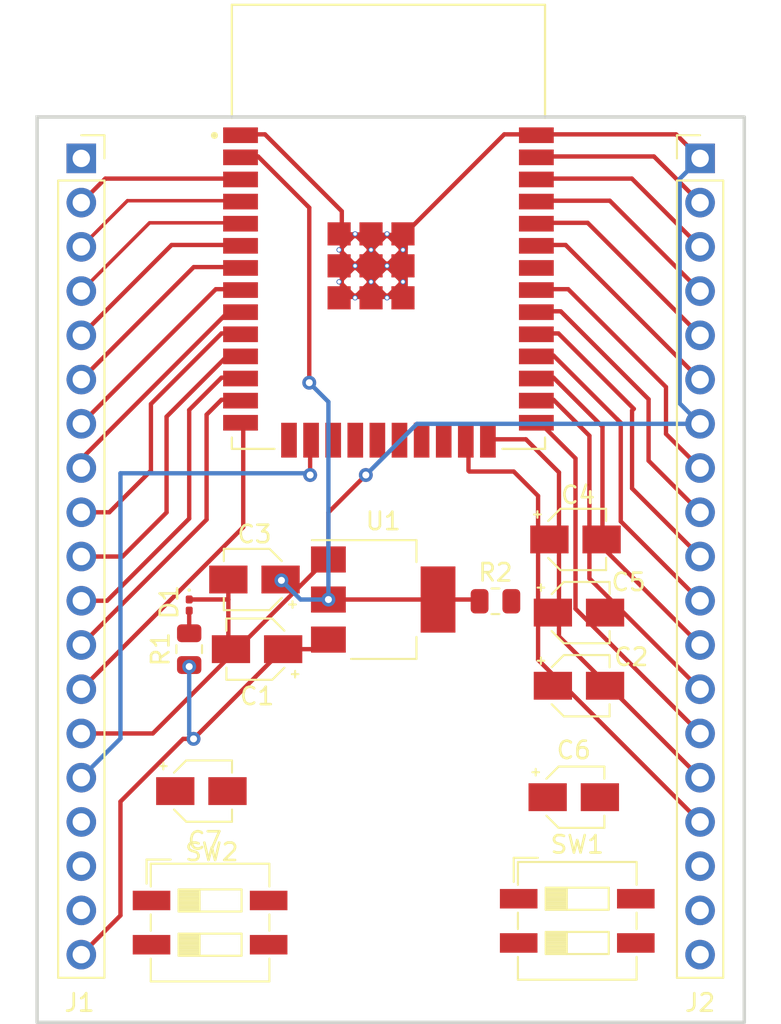
<source format=kicad_pcb>
(kicad_pcb (version 20211014) (generator pcbnew)
  (layers (0 "F.Cu" signal) (31 "B.Cu" signal) (34 "B.Paste" user) (35 "F.Paste" user) (36 "B.SilkS" user "B.Silkscreen") (37 "F.SilkS" user "F.Silkscreen") (38 "B.Mask" user) (39 "F.Mask" user) (44 "Edge.Cuts" user))
  (net 0 "")
  (net 2 "/EN")
  (net 3 "/SENSOR_VP")
  (net 4 "/SENSOR_VN")
  (net 5 "/IO34")
  (net 6 "/IO35")
  (net 7 "/IO32")
  (net 8 "/IO33")
  (net 9 "/IO25")
  (net 10 "/IO26")
  (net 11 "/IO27")
  (net 12 "/IO14")
  (net 13 "/IO12")
  (net 14 "/IO13")
  (net 15 "/SD2")
  (net 16 "/SD3")
  (net 17 "/CMD")
  (net 18 "/EXT_5V")
  (net 19 "/IO2")
  (net 20 "/IO15")
  (net 21 "/SD1")
  (net 22 "/SD0")
  (net 23 "/CLK")
  (net 24 "/VDD33")
  (net 33 "GND")
  (net 34 "/IO23")
  (net 35 "/IO22")
  (net 36 "/TXD0")
  (net 37 "/RXD0")
  (net 38 "/IO21")
  (net 39 "/IO19")
  (net 40 "/IO18")
  (net 41 "/IO5")
  (net 42 "/IO17")
  (net 43 "/IO16")
  (net 44 "/IO4")
  (net 45 "/IO0")
  (net 46 "Net-(D1-Pad2)")
  (footprint "Capacitor_SMD:CP_Elec_3x5.3" (layer "F.Cu") (at 137.1 99.3 180)
    (fp_text reference "C1" (at 0 -2.7) (layer "F.SilkS"))
    (fp_text value "22uF")
    (fp_line (start -1.570563 1.06) (end -0.870563 1.76) (layer "F.SilkS") (width 0.12))
    (fp_line (start 1.76 1.76) (end 1.76 1.06) (layer "F.SilkS") (width 0.12))
    (fp_line (start -1.570563 -1.06) (end -0.870563 -1.76) (layer "F.SilkS") (width 0.12))
    (fp_line (start 1.76 -1.76) (end 1.76 -1.06) (layer "F.SilkS") (width 0.12))
    (fp_line (start -2.1875 -1.6225) (end -2.1875 -1.2475) (layer "F.SilkS") (width 0.12))
    (fp_line (start -0.870563 1.76) (end 1.76 1.76) (layer "F.SilkS") (width 0.12))
    (fp_line (start -2.375 -1.435) (end -2 -1.435) (layer "F.SilkS") (width 0.12))
    (fp_line (start -0.870563 -1.76) (end 1.76 -1.76) (layer "F.SilkS") (width 0.12))
    (pad "1" smd rect locked (at -1.5 0 180) (size 2.2 1.6) (layers "F.Cu" "F.Paste" "F.Mask") (net 18 "/EXT_5V"))
    (pad "2" smd rect locked (at 1.5 0 180) (size 2.2 1.6) (layers "F.Cu" "F.Paste" "F.Mask") (net 33 "GND"))
  )
  (footprint "Resistor_SMD:R_0805_2012Metric" (layer "F.Cu") (at 133.2 99.3 90)
    (fp_text reference "R1" (at 0 -1.65 90) (layer "F.SilkS"))
    (fp_text value "R")
    (fp_line (start -0.227064 0.735) (end 0.227064 0.735) (layer "F.SilkS") (width 0.12))
    (fp_line (start -0.227064 -0.735) (end 0.227064 -0.735) (layer "F.SilkS") (width 0.12))
    (pad "1" smd roundrect locked (at -0.9125 0 90) (size 1.025 1.4) (layers "F.Cu" "F.Paste" "F.Mask") (roundrect_rratio 0.243902) (net 18 "/EXT_5V"))
    (pad "2" smd roundrect locked (at 0.9125 0 90) (size 1.025 1.4) (layers "F.Cu" "F.Paste" "F.Mask") (roundrect_rratio 0.243902) (net 46 "Net-(D1-Pad2)"))
  )
  (footprint "LED_SMD:LED_0201_0603Metric" (layer "F.Cu") (at 133.2 96.7675 -90)
    (fp_text reference "D1" (at -0.1675 1.15 90) (layer "F.SilkS"))
    (fp_text value "LED")
    (fp_circle (center -0.86 0) (end -0.81 0) (layer "F.SilkS") (width 0.1) (fill none))
    (pad "1" smd roundrect locked (at -0.32 0 270) (size 0.46 0.4) (layers "F.Cu" "F.Mask") (net 33 "GND"))
    (pad "2" smd roundrect locked (at 0.32 0 270) (size 0.46 0.4) (layers "F.Cu" "F.Mask") (net 46 "Net-(D1-Pad2)"))
  )
  (footprint "Button_Switch_SMD:SW_DIP_SPSTx02_Slide_6.7x6.64mm_W6.73mm_P2.54mm_LowProfile_JPin" (layer "F.Cu") (at 134.4 115)
    (fp_text reference "SW2" (at 0.1 -4.05) (layer "F.SilkS"))
    (fp_text value "SW_Push")
    (fp_line (start -1.81 -1.425) (end -0.603333 -1.425) (layer "F.SilkS") (width 0.12))
    (fp_line (start -1.81 1.595) (end -0.603333 1.595) (layer "F.SilkS") (width 0.12))
    (fp_line (start -3.65 -3.62) (end -2.267 -3.62) (layer "F.SilkS") (width 0.12))
    (fp_line (start -3.41 -3.38) (end -3.41 -2.07) (layer "F.SilkS") (width 0.12))
    (fp_line (start 1.81 -0.635) (end 1.81 -1.905) (layer "F.SilkS") (width 0.12))
    (fp_line (start -3.65 -3.62) (end -3.65 -2.237) (layer "F.SilkS") (width 0.12))
    (fp_line (start -1.81 1.905) (end 1.81 1.905) (layer "F.SilkS") (width 0.12))
    (fp_line (start -1.81 -0.945) (end -0.603333 -0.945) (layer "F.SilkS") (width 0.12))
    (fp_line (start -1.81 0.875) (end -0.603333 0.875) (layer "F.SilkS") (width 0.12))
    (fp_line (start -0.603333 -1.905) (end -0.603333 -0.635) (layer "F.SilkS") (width 0.12))
    (fp_line (start -1.81 0.635) (end -1.81 1.905) (layer "F.SilkS") (width 0.12))
    (fp_line (start 3.41 2.07) (end 3.41 3.38) (layer "F.SilkS") (width 0.12))
    (fp_line (start -1.81 1.235) (end -0.603333 1.235) (layer "F.SilkS") (width 0.12))
    (fp_line (start -3.41 3.38) (end 3.41 3.38) (layer "F.SilkS") (width 0.12))
    (fp_line (start -1.81 1.475) (end -0.603333 1.475) (layer "F.SilkS") (width 0.12))
    (fp_line (start -1.81 -0.825) (end -0.603333 -0.825) (layer "F.SilkS") (width 0.12))
    (fp_line (start -1.81 -0.635) (end 1.81 -0.635) (layer "F.SilkS") (width 0.12))
    (fp_line (start -1.81 -1.065) (end -0.603333 -1.065) (layer "F.SilkS") (width 0.12))
    (fp_line (start 1.81 -1.905) (end -1.81 -1.905) (layer "F.SilkS") (width 0.12))
    (fp_line (start -1.81 1.355) (end -0.603333 1.355) (layer "F.SilkS") (width 0.12))
    (fp_line (start -1.81 1.715) (end -0.603333 1.715) (layer "F.SilkS") (width 0.12))
    (fp_line (start -1.81 1.835) (end -0.603333 1.835) (layer "F.SilkS") (width 0.12))
    (fp_line (start -1.81 -1.905) (end -1.81 -0.635) (layer "F.SilkS") (width 0.12))
    (fp_line (start 3.41 -0.47) (end 3.41 0.47) (layer "F.SilkS") (width 0.12))
    (fp_line (start -1.81 -1.665) (end -0.603333 -1.665) (layer "F.SilkS") (width 0.12))
    (fp_line (start -1.81 -1.785) (end -0.603333 -1.785) (layer "F.SilkS") (width 0.12))
    (fp_line (start -1.81 1.115) (end -0.603333 1.115) (layer "F.SilkS") (width 0.12))
    (fp_line (start -1.81 -0.705) (end -0.603333 -0.705) (layer "F.SilkS") (width 0.12))
    (fp_line (start -1.81 -1.185) (end -0.603333 -1.185) (layer "F.SilkS") (width 0.12))
    (fp_line (start -3.41 2.07) (end -3.41 3.38) (layer "F.SilkS") (width 0.12))
    (fp_line (start 1.81 1.905) (end 1.81 0.635) (layer "F.SilkS") (width 0.12))
    (fp_line (start -3.41 -3.38) (end 3.41 -3.38) (layer "F.SilkS") (width 0.12))
    (fp_line (start -1.81 -1.305) (end -0.603333 -1.305) (layer "F.SilkS") (width 0.12))
    (fp_line (start -0.603333 0.635) (end -0.603333 1.905) (layer "F.SilkS") (width 0.12))
    (fp_line (start -1.81 0.995) (end -0.603333 0.995) (layer "F.SilkS") (width 0.12))
    (fp_line (start -1.81 0.755) (end -0.603333 0.755) (layer "F.SilkS") (width 0.12))
    (fp_line (start -1.81 -1.545) (end -0.603333 -1.545) (layer "F.SilkS") (width 0.12))
    (fp_line (start -3.41 -0.47) (end -3.41 0.47) (layer "F.SilkS") (width 0.12))
    (fp_line (start 3.41 -3.38) (end 3.41 -2.07) (layer "F.SilkS") (width 0.12))
    (fp_line (start 1.81 0.635) (end -1.81 0.635) (layer "F.SilkS") (width 0.12))
    (pad "1" smd rect locked (at -3.365 -1.27) (size 2.16 1.12) (layers "F.Cu" "F.Paste" "F.Mask") (net 33 "GND"))
    (pad "2" smd rect locked (at -3.365 1.27) (size 2.16 1.12) (layers "F.Cu" "F.Paste" "F.Mask") (net 2 "/EN"))
    (pad "3" smd rect locked (at 3.365 1.27) (size 2.16 1.12) (layers "F.Cu" "F.Paste" "F.Mask"))
    (pad "4" smd rect locked (at 3.365 -1.27) (size 2.16 1.12) (layers "F.Cu" "F.Paste" "F.Mask"))
  )
  (footprint "Resistor_SMD:R_0805_2012Metric" (layer "F.Cu") (at 150.8 96.55)
    (fp_text reference "R2" (at 0 -1.65) (layer "F.SilkS"))
    (fp_text value "10K")
    (fp_line (start -0.227064 -0.735) (end 0.227064 -0.735) (layer "F.SilkS") (width 0.12))
    (fp_line (start -0.227064 0.735) (end 0.227064 0.735) (layer "F.SilkS") (width 0.12))
    (pad "1" smd roundrect locked (at -0.9125 0) (size 1.025 1.4) (layers "F.Cu" "F.Paste" "F.Mask") (roundrect_rratio 0.243902) (net 24 "/VDD33"))
    (pad "2" smd roundrect locked (at 0.9125 0) (size 1.025 1.4) (layers "F.Cu" "F.Paste" "F.Mask") (roundrect_rratio 0.243902) (net 2 "/EN"))
  )
  (footprint "Package_TO_SOT_SMD:SOT-223-3_TabPin2" (layer "F.Cu") (at 144.35 96.45)
    (fp_text reference "U1" (at 0 -4.5) (layer "F.SilkS"))
    (fp_text value "AMS1117-3.3")
    (fp_line (start -4.1 -3.41) (end 1.91 -3.41) (layer "F.SilkS") (width 0.12))
    (fp_line (start -1.85 3.41) (end 1.91 3.41) (layer "F.SilkS") (width 0.12))
    (fp_line (start 1.91 3.41) (end 1.91 2.15) (layer "F.SilkS") (width 0.12))
    (fp_line (start 1.91 -3.41) (end 1.91 -2.15) (layer "F.SilkS") (width 0.12))
    (pad "1" smd rect locked (at -3.15 -2.3) (size 2 1.5) (layers "F.Cu" "F.Paste" "F.Mask") (net 33 "GND"))
    (pad "2" smd rect locked (at 3.15 0) (size 2 3.8) (layers "F.Cu" "F.Paste" "F.Mask") (net 24 "/VDD33"))
    (pad "2" smd rect locked (at -3.15 0) (size 2 1.5) (layers "F.Cu" "F.Paste" "F.Mask") (net 24 "/VDD33"))
    (pad "3" smd rect locked (at -3.15 2.3) (size 2 1.5) (layers "F.Cu" "F.Paste" "F.Mask") (net 18 "/EXT_5V"))
  )
  (footprint "Connector_PinHeader_2.54mm:PinHeader_1x19_P2.54mm_Vertical" (layer "F.Cu") (at 162.56 71.12)
    (fp_text reference "J2" (at 0 48.48) (layer "F.SilkS"))
    (fp_text value "Conn_01x19")
    (fp_line (start -1.33 0) (end -1.33 -1.33) (layer "F.SilkS") (width 0.12))
    (fp_line (start -1.33 1.27) (end 1.33 1.27) (layer "F.SilkS") (width 0.12))
    (fp_line (start -1.33 -1.33) (end 0 -1.33) (layer "F.SilkS") (width 0.12))
    (fp_line (start -1.33 1.27) (end -1.33 47.05) (layer "F.SilkS") (width 0.12))
    (fp_line (start -1.33 47.05) (end 1.33 47.05) (layer "F.SilkS") (width 0.12))
    (fp_line (start 1.33 1.27) (end 1.33 47.05) (layer "F.SilkS") (width 0.12))
    (pad "1" thru_hole rect locked (at 0 0) (size 1.7 1.7) (drill 1) (layers *.Cu *.Mask) (net 33 "GND"))
    (pad "2" thru_hole oval locked (at 0 2.54) (size 1.7 1.7) (drill 1) (layers *.Cu *.Mask) (net 34 "/IO23"))
    (pad "3" thru_hole oval locked (at 0 5.08) (size 1.7 1.7) (drill 1) (layers *.Cu *.Mask) (net 35 "/IO22"))
    (pad "4" thru_hole oval locked (at 0 7.62) (size 1.7 1.7) (drill 1) (layers *.Cu *.Mask) (net 36 "/TXD0"))
    (pad "5" thru_hole oval locked (at 0 10.16) (size 1.7 1.7) (drill 1) (layers *.Cu *.Mask) (net 37 "/RXD0"))
    (pad "6" thru_hole oval locked (at 0 12.7) (size 1.7 1.7) (drill 1) (layers *.Cu *.Mask) (net 38 "/IO21"))
    (pad "7" thru_hole oval locked (at 0 15.24) (size 1.7 1.7) (drill 1) (layers *.Cu *.Mask) (net 33 "GND"))
    (pad "8" thru_hole oval locked (at 0 17.78) (size 1.7 1.7) (drill 1) (layers *.Cu *.Mask) (net 39 "/IO19"))
    (pad "9" thru_hole oval locked (at 0 20.32) (size 1.7 1.7) (drill 1) (layers *.Cu *.Mask) (net 40 "/IO18"))
    (pad "10" thru_hole oval locked (at 0 22.86) (size 1.7 1.7) (drill 1) (layers *.Cu *.Mask) (net 41 "/IO5"))
    (pad "11" thru_hole oval locked (at 0 25.4) (size 1.7 1.7) (drill 1) (layers *.Cu *.Mask) (net 42 "/IO17"))
    (pad "12" thru_hole oval locked (at 0 27.94) (size 1.7 1.7) (drill 1) (layers *.Cu *.Mask) (net 43 "/IO16"))
    (pad "13" thru_hole oval locked (at 0 30.48) (size 1.7 1.7) (drill 1) (layers *.Cu *.Mask) (net 44 "/IO4"))
    (pad "14" thru_hole oval locked (at 0 33.02) (size 1.7 1.7) (drill 1) (layers *.Cu *.Mask) (net 45 "/IO0"))
    (pad "15" thru_hole oval locked (at 0 35.56) (size 1.7 1.7) (drill 1) (layers *.Cu *.Mask) (net 19 "/IO2"))
    (pad "16" thru_hole oval locked (at 0 38.1) (size 1.7 1.7) (drill 1) (layers *.Cu *.Mask) (net 20 "/IO15"))
    (pad "17" thru_hole oval locked (at 0 40.64) (size 1.7 1.7) (drill 1) (layers *.Cu *.Mask) (net 21 "/SD1"))
    (pad "18" thru_hole oval locked (at 0 43.18) (size 1.7 1.7) (drill 1) (layers *.Cu *.Mask) (net 22 "/SD0"))
    (pad "19" thru_hole oval locked (at 0 45.72) (size 1.7 1.7) (drill 1) (layers *.Cu *.Mask) (net 23 "/CLK"))
  )
  (footprint "Capacitor_SMD:CP_Elec_3x5.3" (layer "F.Cu") (at 155.6 97.2)
    (fp_text reference "C5" (at 2.85 -1.75) (layer "F.SilkS"))
    (fp_text value "22uF")
    (fp_line (start -2.1875 -1.6225) (end -2.1875 -1.2475) (layer "F.SilkS") (width 0.12))
    (fp_line (start 1.76 1.76) (end 1.76 1.06) (layer "F.SilkS") (width 0.12))
    (fp_line (start -1.570563 -1.06) (end -0.870563 -1.76) (layer "F.SilkS") (width 0.12))
    (fp_line (start 1.76 -1.76) (end 1.76 -1.06) (layer "F.SilkS") (width 0.12))
    (fp_line (start -0.870563 1.76) (end 1.76 1.76) (layer "F.SilkS") (width 0.12))
    (fp_line (start -1.570563 1.06) (end -0.870563 1.76) (layer "F.SilkS") (width 0.12))
    (fp_line (start -2.375 -1.435) (end -2 -1.435) (layer "F.SilkS") (width 0.12))
    (fp_line (start -0.870563 -1.76) (end 1.76 -1.76) (layer "F.SilkS") (width 0.12))
    (pad "1" smd rect locked (at -1.5 0) (size 2.2 1.6) (layers "F.Cu" "F.Paste" "F.Mask") (net 24 "/VDD33"))
    (pad "2" smd rect locked (at 1.5 0) (size 2.2 1.6) (layers "F.Cu" "F.Paste" "F.Mask") (net 33 "GND"))
  )
  (footprint "Capacitor_SMD:CP_Elec_3x5.3" (layer "F.Cu") (at 136.95 95.3 180)
    (fp_text reference "C3" (at 0 2.6) (layer "F.SilkS"))
    (fp_text value "22uF")
    (fp_line (start -2.1875 -1.6225) (end -2.1875 -1.2475) (layer "F.SilkS") (width 0.12))
    (fp_line (start -0.870563 1.76) (end 1.76 1.76) (layer "F.SilkS") (width 0.12))
    (fp_line (start -1.570563 1.06) (end -0.870563 1.76) (layer "F.SilkS") (width 0.12))
    (fp_line (start 1.76 -1.76) (end 1.76 -1.06) (layer "F.SilkS") (width 0.12))
    (fp_line (start 1.76 1.76) (end 1.76 1.06) (layer "F.SilkS") (width 0.12))
    (fp_line (start -1.570563 -1.06) (end -0.870563 -1.76) (layer "F.SilkS") (width 0.12))
    (fp_line (start -0.870563 -1.76) (end 1.76 -1.76) (layer "F.SilkS") (width 0.12))
    (fp_line (start -2.375 -1.435) (end -2 -1.435) (layer "F.SilkS") (width 0.12))
    (pad "1" smd rect locked (at -1.5 0 180) (size 2.2 1.6) (layers "F.Cu" "F.Paste" "F.Mask") (net 24 "/VDD33"))
    (pad "2" smd rect locked (at 1.5 0 180) (size 2.2 1.6) (layers "F.Cu" "F.Paste" "F.Mask") (net 33 "GND"))
  )
  (footprint "Capacitor_SMD:CP_Elec_3x5.3" (layer "F.Cu") (at 155.3 107.8)
    (fp_text reference "C6" (at 0 -2.7) (layer "F.SilkS"))
    (fp_text value "0.1uF")
    (fp_line (start 1.76 1.76) (end 1.76 1.06) (layer "F.SilkS") (width 0.12))
    (fp_line (start -1.570563 1.06) (end -0.870563 1.76) (layer "F.SilkS") (width 0.12))
    (fp_line (start 1.76 -1.76) (end 1.76 -1.06) (layer "F.SilkS") (width 0.12))
    (fp_line (start -2.375 -1.435) (end -2 -1.435) (layer "F.SilkS") (width 0.12))
    (fp_line (start -0.870563 -1.76) (end 1.76 -1.76) (layer "F.SilkS") (width 0.12))
    (fp_line (start -0.870563 1.76) (end 1.76 1.76) (layer "F.SilkS") (width 0.12))
    (fp_line (start -1.570563 -1.06) (end -0.870563 -1.76) (layer "F.SilkS") (width 0.12))
    (fp_line (start -2.1875 -1.6225) (end -2.1875 -1.2475) (layer "F.SilkS") (width 0.12))
    (pad "1" smd rect locked (at -1.5 0) (size 2.2 1.6) (layers "F.Cu" "F.Paste" "F.Mask") (net 33 "GND"))
    (pad "2" smd rect locked (at 1.5 0) (size 2.2 1.6) (layers "F.Cu" "F.Paste" "F.Mask") (net 45 "/IO0"))
  )
  (footprint "Connector_PinSocket_2.54mm:PinSocket_1x19_P2.54mm_Vertical" (layer "F.Cu") (at 127 71.12)
    (fp_text reference "J1" (at -0.1 48.48) (layer "F.SilkS"))
    (fp_text value "Conn_01x19")
    (fp_line (start -1.33 1.27) (end -1.33 47.05) (layer "F.SilkS") (width 0.12))
    (fp_line (start 0 -1.33) (end 1.33 -1.33) (layer "F.SilkS") (width 0.12))
    (fp_line (start -1.33 1.27) (end 1.33 1.27) (layer "F.SilkS") (width 0.12))
    (fp_line (start -1.33 47.05) (end 1.33 47.05) (layer "F.SilkS") (width 0.12))
    (fp_line (start 1.33 1.27) (end 1.33 47.05) (layer "F.SilkS") (width 0.12))
    (fp_line (start 1.33 -1.33) (end 1.33 0) (layer "F.SilkS") (width 0.12))
    (pad "1" thru_hole rect locked (at 0 0) (size 1.7 1.7) (drill 1) (layers *.Cu *.Mask))
    (pad "2" thru_hole oval locked (at 0 2.54) (size 1.7 1.7) (drill 1) (layers *.Cu *.Mask) (net 2 "/EN"))
    (pad "3" thru_hole oval locked (at 0 5.08) (size 1.7 1.7) (drill 1) (layers *.Cu *.Mask) (net 3 "/SENSOR_VP"))
    (pad "4" thru_hole oval locked (at 0 7.62) (size 1.7 1.7) (drill 1) (layers *.Cu *.Mask) (net 4 "/SENSOR_VN"))
    (pad "5" thru_hole oval locked (at 0 10.16) (size 1.7 1.7) (drill 1) (layers *.Cu *.Mask) (net 5 "/IO34"))
    (pad "6" thru_hole oval locked (at 0 12.7) (size 1.7 1.7) (drill 1) (layers *.Cu *.Mask) (net 6 "/IO35"))
    (pad "7" thru_hole oval locked (at 0 15.24) (size 1.7 1.7) (drill 1) (layers *.Cu *.Mask) (net 7 "/IO32"))
    (pad "8" thru_hole oval locked (at 0 17.78) (size 1.7 1.7) (drill 1) (layers *.Cu *.Mask) (net 8 "/IO33"))
    (pad "9" thru_hole oval locked (at 0 20.32) (size 1.7 1.7) (drill 1) (layers *.Cu *.Mask) (net 9 "/IO25"))
    (pad "10" thru_hole oval locked (at 0 22.86) (size 1.7 1.7) (drill 1) (layers *.Cu *.Mask) (net 10 "/IO26"))
    (pad "11" thru_hole oval locked (at 0 25.4) (size 1.7 1.7) (drill 1) (layers *.Cu *.Mask) (net 11 "/IO27"))
    (pad "12" thru_hole oval locked (at 0 27.94) (size 1.7 1.7) (drill 1) (layers *.Cu *.Mask) (net 12 "/IO14"))
    (pad "13" thru_hole oval locked (at 0 30.48) (size 1.7 1.7) (drill 1) (layers *.Cu *.Mask) (net 13 "/IO12"))
    (pad "14" thru_hole oval locked (at 0 33.02) (size 1.7 1.7) (drill 1) (layers *.Cu *.Mask) (net 33 "GND"))
    (pad "15" thru_hole oval locked (at 0 35.56) (size 1.7 1.7) (drill 1) (layers *.Cu *.Mask) (net 14 "/IO13"))
    (pad "16" thru_hole oval locked (at 0 38.1) (size 1.7 1.7) (drill 1) (layers *.Cu *.Mask) (net 15 "/SD2"))
    (pad "17" thru_hole oval locked (at 0 40.64) (size 1.7 1.7) (drill 1) (layers *.Cu *.Mask) (net 16 "/SD3"))
    (pad "18" thru_hole oval locked (at 0 43.18) (size 1.7 1.7) (drill 1) (layers *.Cu *.Mask) (net 17 "/CMD"))
    (pad "19" thru_hole oval locked (at 0 45.72) (size 1.7 1.7) (drill 1) (layers *.Cu *.Mask) (net 18 "/EXT_5V"))
  )
  (footprint "Capacitor_SMD:CP_Elec_3x5.3" (layer "F.Cu") (at 155.6 101.4)
    (fp_text reference "C2" (at 3 -1.65) (layer "F.SilkS"))
    (fp_text value "22uF")
    (fp_line (start -0.870563 1.76) (end 1.76 1.76) (layer "F.SilkS") (width 0.12))
    (fp_line (start 1.76 1.76) (end 1.76 1.06) (layer "F.SilkS") (width 0.12))
    (fp_line (start -1.570563 -1.06) (end -0.870563 -1.76) (layer "F.SilkS") (width 0.12))
    (fp_line (start -2.375 -1.435) (end -2 -1.435) (layer "F.SilkS") (width 0.12))
    (fp_line (start 1.76 -1.76) (end 1.76 -1.06) (layer "F.SilkS") (width 0.12))
    (fp_line (start -2.1875 -1.6225) (end -2.1875 -1.2475) (layer "F.SilkS") (width 0.12))
    (fp_line (start -1.570563 1.06) (end -0.870563 1.76) (layer "F.SilkS") (width 0.12))
    (fp_line (start -0.870563 -1.76) (end 1.76 -1.76) (layer "F.SilkS") (width 0.12))
    (pad "1" smd rect locked (at -1.5 0) (size 2.2 1.6) (layers "F.Cu" "F.Paste" "F.Mask") (net 24 "/VDD33"))
    (pad "2" smd rect locked (at 1.5 0) (size 2.2 1.6) (layers "F.Cu" "F.Paste" "F.Mask") (net 33 "GND"))
  )
  (footprint "Capacitor_SMD:CP_Elec_3x5.3" (layer "F.Cu") (at 155.4 93)
    (fp_text reference "C4" (at 0.15 -2.55) (layer "F.SilkS"))
    (fp_text value "0.1uF")
    (fp_line (start -2.1875 -1.6225) (end -2.1875 -1.2475) (layer "F.SilkS") (width 0.12))
    (fp_line (start 1.76 -1.76) (end 1.76 -1.06) (layer "F.SilkS") (width 0.12))
    (fp_line (start -2.375 -1.435) (end -2 -1.435) (layer "F.SilkS") (width 0.12))
    (fp_line (start -1.570563 1.06) (end -0.870563 1.76) (layer "F.SilkS") (width 0.12))
    (fp_line (start 1.76 1.76) (end 1.76 1.06) (layer "F.SilkS") (width 0.12))
    (fp_line (start -0.870563 1.76) (end 1.76 1.76) (layer "F.SilkS") (width 0.12))
    (fp_line (start -1.570563 -1.06) (end -0.870563 -1.76) (layer "F.SilkS") (width 0.12))
    (fp_line (start -0.870563 -1.76) (end 1.76 -1.76) (layer "F.SilkS") (width 0.12))
    (pad "1" smd rect locked (at -1.5 0) (size 2.2 1.6) (layers "F.Cu" "F.Paste" "F.Mask") (net 2 "/EN"))
    (pad "2" smd rect locked (at 1.5 0) (size 2.2 1.6) (layers "F.Cu" "F.Paste" "F.Mask") (net 33 "GND"))
  )
  (footprint "Capacitor_SMD:CP_Elec_3x5.3" (layer "F.Cu") (at 133.9 107.45)
    (fp_text reference "C7" (at 0.2 2.85) (layer "F.SilkS"))
    (fp_text value "0.1uF")
    (fp_line (start -1.570563 -1.06) (end -0.870563 -1.76) (layer "F.SilkS") (width 0.12))
    (fp_line (start -1.570563 1.06) (end -0.870563 1.76) (layer "F.SilkS") (width 0.12))
    (fp_line (start -2.1875 -1.6225) (end -2.1875 -1.2475) (layer "F.SilkS") (width 0.12))
    (fp_line (start -0.870563 -1.76) (end 1.76 -1.76) (layer "F.SilkS") (width 0.12))
    (fp_line (start 1.76 1.76) (end 1.76 1.06) (layer "F.SilkS") (width 0.12))
    (fp_line (start 1.76 -1.76) (end 1.76 -1.06) (layer "F.SilkS") (width 0.12))
    (fp_line (start -0.870563 1.76) (end 1.76 1.76) (layer "F.SilkS") (width 0.12))
    (fp_line (start -2.375 -1.435) (end -2 -1.435) (layer "F.SilkS") (width 0.12))
    (pad "1" smd rect locked (at -1.5 0) (size 2.2 1.6) (layers "F.Cu" "F.Paste" "F.Mask") (net 33 "GND"))
    (pad "2" smd rect locked (at 1.5 0) (size 2.2 1.6) (layers "F.Cu" "F.Paste" "F.Mask") (net 2 "/EN"))
  )
  (footprint "Button_Switch_SMD:SW_DIP_SPSTx02_Slide_6.7x6.64mm_W6.73mm_P2.54mm_LowProfile_JPin" (layer "F.Cu") (at 155.5 114.9)
    (fp_text reference "SW1" (at 0 -4.38) (layer "F.SilkS"))
    (fp_text value "SW_Push")
    (fp_line (start -0.603333 -1.905) (end -0.603333 -0.635) (layer "F.SilkS") (width 0.12))
    (fp_line (start -1.81 -1.905) (end -1.81 -0.635) (layer "F.SilkS") (width 0.12))
    (fp_line (start -1.81 1.475) (end -0.603333 1.475) (layer "F.SilkS") (width 0.12))
    (fp_line (start -1.81 1.115) (end -0.603333 1.115) (layer "F.SilkS") (width 0.12))
    (fp_line (start -1.81 1.715) (end -0.603333 1.715) (layer "F.SilkS") (width 0.12))
    (fp_line (start -1.81 0.635) (end -1.81 1.905) (layer "F.SilkS") (width 0.12))
    (fp_line (start -1.81 1.905) (end 1.81 1.905) (layer "F.SilkS") (width 0.12))
    (fp_line (start -1.81 -1.305) (end -0.603333 -1.305) (layer "F.SilkS") (width 0.12))
    (fp_line (start -1.81 -1.545) (end -0.603333 -1.545) (layer "F.SilkS") (width 0.12))
    (fp_line (start -3.41 -3.38) (end -3.41 -2.07) (layer "F.SilkS") (width 0.12))
    (fp_line (start 1.81 0.635) (end -1.81 0.635) (layer "F.SilkS") (width 0.12))
    (fp_line (start -1.81 -0.635) (end 1.81 -0.635) (layer "F.SilkS") (width 0.12))
    (fp_line (start -0.603333 0.635) (end -0.603333 1.905) (layer "F.SilkS") (width 0.12))
    (fp_line (start 3.41 -3.38) (end 3.41 -2.07) (layer "F.SilkS") (width 0.12))
    (fp_line (start -3.41 2.07) (end -3.41 3.38) (layer "F.SilkS") (width 0.12))
    (fp_line (start -3.41 3.38) (end 3.41 3.38) (layer "F.SilkS") (width 0.12))
    (fp_line (start -1.81 0.755) (end -0.603333 0.755) (layer "F.SilkS") (width 0.12))
    (fp_line (start -3.41 -0.47) (end -3.41 0.47) (layer "F.SilkS") (width 0.12))
    (fp_line (start -1.81 -1.065) (end -0.603333 -1.065) (layer "F.SilkS") (width 0.12))
    (fp_line (start -1.81 -1.185) (end -0.603333 -1.185) (layer "F.SilkS") (width 0.12))
    (fp_line (start -1.81 -0.705) (end -0.603333 -0.705) (layer "F.SilkS") (width 0.12))
    (fp_line (start 1.81 -0.635) (end 1.81 -1.905) (layer "F.SilkS") (width 0.12))
    (fp_line (start -3.65 -3.62) (end -2.267 -3.62) (layer "F.SilkS") (width 0.12))
    (fp_line (start -3.41 -3.38) (end 3.41 -3.38) (layer "F.SilkS") (width 0.12))
    (fp_line (start -1.81 0.995) (end -0.603333 0.995) (layer "F.SilkS") (width 0.12))
    (fp_line (start -1.81 -1.785) (end -0.603333 -1.785) (layer "F.SilkS") (width 0.12))
    (fp_line (start -1.81 -0.825) (end -0.603333 -0.825) (layer "F.SilkS") (width 0.12))
    (fp_line (start -1.81 1.835) (end -0.603333 1.835) (layer "F.SilkS") (width 0.12))
    (fp_line (start -1.81 -0.945) (end -0.603333 -0.945) (layer "F.SilkS") (width 0.12))
    (fp_line (start 3.41 2.07) (end 3.41 3.38) (layer "F.SilkS") (width 0.12))
    (fp_line (start -1.81 -1.665) (end -0.603333 -1.665) (layer "F.SilkS") (width 0.12))
    (fp_line (start -1.81 0.875) (end -0.603333 0.875) (layer "F.SilkS") (width 0.12))
    (fp_line (start -1.81 1.595) (end -0.603333 1.595) (layer "F.SilkS") (width 0.12))
    (fp_line (start 1.81 1.905) (end 1.81 0.635) (layer "F.SilkS") (width 0.12))
    (fp_line (start -1.81 -1.425) (end -0.603333 -1.425) (layer "F.SilkS") (width 0.12))
    (fp_line (start -1.81 1.235) (end -0.603333 1.235) (layer "F.SilkS") (width 0.12))
    (fp_line (start 3.41 -0.47) (end 3.41 0.47) (layer "F.SilkS") (width 0.12))
    (fp_line (start -1.81 1.355) (end -0.603333 1.355) (layer "F.SilkS") (width 0.12))
    (fp_line (start -3.65 -3.62) (end -3.65 -2.237) (layer "F.SilkS") (width 0.12))
    (fp_line (start 1.81 -1.905) (end -1.81 -1.905) (layer "F.SilkS") (width 0.12))
    (pad "1" smd rect locked (at -3.365 -1.27) (size 2.16 1.12) (layers "F.Cu" "F.Paste" "F.Mask") (net 33 "GND"))
    (pad "2" smd rect locked (at -3.365 1.27) (size 2.16 1.12) (layers "F.Cu" "F.Paste" "F.Mask") (net 45 "/IO0"))
    (pad "3" smd rect locked (at 3.365 1.27) (size 2.16 1.12) (layers "F.Cu" "F.Paste" "F.Mask"))
    (pad "4" smd rect locked (at 3.365 -1.27) (size 2.16 1.12) (layers "F.Cu" "F.Paste" "F.Mask"))
  )
  (footprint "user_lib:MODULE_ESP32-WROOM-32E_(4MB)" (layer "F.Cu") (at 144.65 75.05)
    (fp_text reference "U2" hide)
    (fp_text value "ESP32-WROOM-32E_(4MB)")
    (fp_line (start -9 12.75) (end -6.55 12.75) (layer "F.SilkS") (width 0.127))
    (fp_line (start 9 -12.75) (end 9 -6.25) (layer "F.SilkS") (width 0.127))
    (fp_line (start 9 12.75) (end 9 12.1) (layer "F.SilkS") (width 0.127))
    (fp_line (start -9 -6.25) (end -9 -12.75) (layer "F.SilkS") (width 0.127))
    (fp_line (start -9 12.1) (end -9 12.75) (layer "F.SilkS") (width 0.127))
    (fp_line (start -9 -12.75) (end 9 -12.75) (layer "F.SilkS") (width 0.127))
    (fp_line (start 6.55 12.75) (end 9 12.75) (layer "F.SilkS") (width 0.127))
    (fp_circle (center -10 -5.25) (end -9.9 -5.25) (layer "F.SilkS") (width 0.2) (fill none))
    (pad "1" smd rect (at -8.5 -5.26) (size 2 0.9) (layers "F.Cu" "F.Paste" "F.Mask") (net 33 "GND"))
    (pad "2" smd rect (at -8.5 -3.99) (size 2 0.9) (layers "F.Cu" "F.Paste" "F.Mask") (net 24 "/VDD33"))
    (pad "3" smd rect (at -8.5 -2.72) (size 2 0.9) (layers "F.Cu" "F.Paste" "F.Mask") (net 2 "/EN"))
    (pad "4" smd rect (at -8.5 -1.45) (size 2 0.9) (layers "F.Cu" "F.Paste" "F.Mask") (net 3 "/SENSOR_VP"))
    (pad "5" smd rect (at -8.5 -0.18) (size 2 0.9) (layers "F.Cu" "F.Paste" "F.Mask") (net 4 "/SENSOR_VN"))
    (pad "6" smd rect (at -8.5 1.09) (size 2 0.9) (layers "F.Cu" "F.Paste" "F.Mask") (net 5 "/IO34"))
    (pad "7" smd rect (at -8.5 2.36) (size 2 0.9) (layers "F.Cu" "F.Paste" "F.Mask") (net 6 "/IO35"))
    (pad "8" smd rect (at -8.5 3.63) (size 2 0.9) (layers "F.Cu" "F.Paste" "F.Mask") (net 7 "/IO32"))
    (pad "9" smd rect (at -8.5 4.9) (size 2 0.9) (layers "F.Cu" "F.Paste" "F.Mask") (net 8 "/IO33"))
    (pad "10" smd rect (at -8.5 6.17) (size 2 0.9) (layers "F.Cu" "F.Paste" "F.Mask") (net 9 "/IO25"))
    (pad "11" smd rect (at -8.5 7.44) (size 2 0.9) (layers "F.Cu" "F.Paste" "F.Mask") (net 10 "/IO26"))
    (pad "12" smd rect (at -8.5 8.71) (size 2 0.9) (layers "F.Cu" "F.Paste" "F.Mask") (net 11 "/IO27"))
    (pad "13" smd rect (at -8.5 9.98) (size 2 0.9) (layers "F.Cu" "F.Paste" "F.Mask") (net 12 "/IO14"))
    (pad "14" smd rect (at -8.5 11.25) (size 2 0.9) (layers "F.Cu" "F.Paste" "F.Mask") (net 13 "/IO12"))
    (pad "15" smd rect (at -5.715 12.25) (size 0.9 2) (layers "F.Cu" "F.Paste" "F.Mask"))
    (pad "16" smd rect (at -4.445 12.25) (size 0.9 2) (layers "F.Cu" "F.Paste" "F.Mask") (net 14 "/IO13"))
    (pad "17" smd rect (at -3.175 12.25) (size 0.9 2) (layers "F.Cu" "F.Paste" "F.Mask"))
    (pad "18" smd rect (at -1.905 12.25) (size 0.9 2) (layers "F.Cu" "F.Paste" "F.Mask"))
    (pad "19" smd rect (at -0.635 12.25) (size 0.9 2) (layers "F.Cu" "F.Paste" "F.Mask"))
    (pad "20" smd rect (at 0.635 12.25) (size 0.9 2) (layers "F.Cu" "F.Paste" "F.Mask"))
    (pad "21" smd rect (at 1.905 12.25) (size 0.9 2) (layers "F.Cu" "F.Paste" "F.Mask"))
    (pad "22" smd rect (at 3.175 12.25) (size 0.9 2) (layers "F.Cu" "F.Paste" "F.Mask"))
    (pad "23" smd rect (at 4.445 12.25) (size 0.9 2) (layers "F.Cu" "F.Paste" "F.Mask") (net 20 "/IO15"))
    (pad "24" smd rect (at 5.715 12.25) (size 0.9 2) (layers "F.Cu" "F.Paste" "F.Mask") (net 19 "/IO2"))
    (pad "25" smd rect (at 8.5 11.25) (size 2 0.9) (layers "F.Cu" "F.Paste" "F.Mask") (net 45 "/IO0"))
    (pad "26" smd rect (at 8.5 9.98) (size 2 0.9) (layers "F.Cu" "F.Paste" "F.Mask") (net 44 "/IO4"))
    (pad "27" smd rect (at 8.5 8.71) (size 2 0.9) (layers "F.Cu" "F.Paste" "F.Mask") (net 43 "/IO16"))
    (pad "28" smd rect (at 8.5 7.44) (size 2 0.9) (layers "F.Cu" "F.Paste" "F.Mask") (net 42 "/IO17"))
    (pad "29" smd rect (at 8.5 6.17) (size 2 0.9) (layers "F.Cu" "F.Paste" "F.Mask") (net 41 "/IO5"))
    (pad "30" smd rect (at 8.5 4.9) (size 2 0.9) (layers "F.Cu" "F.Paste" "F.Mask") (net 40 "/IO18"))
    (pad "31" smd rect (at 8.5 3.63) (size 2 0.9) (layers "F.Cu" "F.Paste" "F.Mask") (net 39 "/IO19"))
    (pad "32" smd rect (at 8.5 2.36) (size 2 0.9) (layers "F.Cu" "F.Paste" "F.Mask"))
    (pad "33" smd rect (at 8.5 1.09) (size 2 0.9) (layers "F.Cu" "F.Paste" "F.Mask") (net 38 "/IO21"))
    (pad "34" smd rect (at 8.5 -0.18) (size 2 0.9) (layers "F.Cu" "F.Paste" "F.Mask") (net 37 "/RXD0"))
    (pad "35" smd rect (at 8.5 -1.45) (size 2 0.9) (layers "F.Cu" "F.Paste" "F.Mask") (net 36 "/TXD0"))
    (pad "36" smd rect (at 8.5 -2.72) (size 2 0.9) (layers "F.Cu" "F.Paste" "F.Mask") (net 35 "/IO22"))
    (pad "37" smd rect (at 8.5 -3.99) (size 2 0.9) (layers "F.Cu" "F.Paste" "F.Mask") (net 34 "/IO23"))
    (pad "38" smd rect (at 8.5 -5.26) (size 2 0.9) (layers "F.Cu" "F.Paste" "F.Mask") (net 33 "GND"))
    (pad "39_1" smd rect (at -2.835 0.405) (size 1.33 1.33) (layers "F.Cu" "F.Paste" "F.Mask") (net 33 "GND"))
    (pad "39_2" smd rect (at -1 0.405) (size 1.33 1.33) (layers "F.Cu" "F.Paste" "F.Mask") (net 33 "GND"))
    (pad "39_3" smd rect (at 0.835 0.405) (size 1.33 1.33) (layers "F.Cu" "F.Paste" "F.Mask") (net 33 "GND"))
    (pad "39_4" smd rect (at -2.835 2.24) (size 1.33 1.33) (layers "F.Cu" "F.Paste" "F.Mask") (net 33 "GND"))
    (pad "39_5" smd rect (at -1 2.24) (size 1.33 1.33) (layers "F.Cu" "F.Paste" "F.Mask") (net 33 "GND"))
    (pad "39_6" smd rect (at 0.835 2.24) (size 1.33 1.33) (layers "F.Cu" "F.Paste" "F.Mask") (net 33 "GND"))
    (pad "39_7" smd rect (at -2.835 4.075) (size 1.33 1.33) (layers "F.Cu" "F.Paste" "F.Mask") (net 33 "GND"))
    (pad "39_8" smd rect (at -1 4.075) (size 1.33 1.33) (layers "F.Cu" "F.Paste" "F.Mask") (net 33 "GND"))
    (pad "39_9" smd rect (at 0.835 4.075) (size 1.33 1.33) (layers "F.Cu" "F.Paste" "F.Mask") (net 33 "GND"))
    (pad "39_10" thru_hole circle (at -1.9175 0.405) (size 0.3 0.3) (drill 0.2) (layers *.Cu *.Mask) (net 33 "GND"))
    (pad "39_11" thru_hole circle (at -0.0825 0.405) (size 0.3 0.3) (drill 0.2) (layers *.Cu *.Mask) (net 33 "GND"))
    (pad "39_12" thru_hole circle (at -2.835 1.3225) (size 0.3 0.3) (drill 0.2) (layers *.Cu *.Mask) (net 33 "GND"))
    (pad "39_13" thru_hole circle (at -1 1.3225) (size 0.3 0.3) (drill 0.2) (layers *.Cu *.Mask) (net 33 "GND"))
    (pad "39_14" thru_hole circle (at 0.835 1.3225) (size 0.3 0.3) (drill 0.2) (layers *.Cu *.Mask) (net 33 "GND"))
    (pad "39_15" thru_hole circle (at -1.9175 2.24) (size 0.3 0.3) (drill 0.2) (layers *.Cu *.Mask) (net 33 "GND"))
    (pad "39_16" thru_hole circle (at -0.0825 2.24) (size 0.3 0.3) (drill 0.2) (layers *.Cu *.Mask) (net 33 "GND"))
    (pad "39_17" thru_hole circle (at -2.835 3.1575) (size 0.3 0.3) (drill 0.2) (layers *.Cu *.Mask) (net 33 "GND"))
    (pad "39_18" thru_hole circle (at -1 3.1575) (size 0.3 0.3) (drill 0.2) (layers *.Cu *.Mask) (net 33 "GND"))
    (pad "39_19" thru_hole circle (at 0.835 3.1575) (size 0.3 0.3) (drill 0.2) (layers *.Cu *.Mask) (net 33 "GND"))
    (pad "39_20" thru_hole circle (at -1.9175 4.075) (size 0.3 0.3) (drill 0.2) (layers *.Cu *.Mask) (net 33 "GND"))
    (pad "39_21" thru_hole circle (at -0.0825 4.075) (size 0.3 0.3) (drill 0.2) (layers *.Cu *.Mask) (net 33 "GND"))
  )
  (gr_rect (start 124.46 68.74) (end 165.1 120.73) (layer "Edge.Cuts") (width 0.2) (fill none))
  (segment (start 128.38 72.28) (end 136.305 72.28) (width 0.25) (layer "F.Cu") (net 2))
  (segment (start 127 73.66) (end 128.38 72.28) (width 0.25) (layer "F.Cu") (net 2))
  (segment (start 129.65 73.55) (end 136.305 73.55) (width 0.2) (layer "F.Cu") (net 3))
  (segment (start 127 76.2) (end 129.65 73.55) (width 0.2) (layer "F.Cu") (net 3))
  (segment (start 130.92 74.82) (end 136.305 74.82) (width 0.2) (layer "F.Cu") (net 4))
  (segment (start 127 78.74) (end 130.92 74.82) (width 0.2) (layer "F.Cu") (net 4))
  (segment (start 132.19 76.09) (end 136.305 76.09) (width 0.25) (layer "F.Cu") (net 5))
  (segment (start 127 81.28) (end 132.19 76.09) (width 0.25) (layer "F.Cu") (net 5))
  (segment (start 133.46 77.36) (end 136.305 77.36) (width 0.25) (layer "F.Cu") (net 6))
  (segment (start 127 83.82) (end 133.46 77.36) (width 0.25) (layer "F.Cu") (net 6))
  (segment (start 127 86.36) (end 134.73 78.63) (width 0.25) (layer "F.Cu") (net 7))
  (segment (start 134.73 78.63) (end 136.305 78.63) (width 0.25) (layer "F.Cu") (net 7))
  (segment (start 127 88.375978) (end 135.475978 79.9) (width 0.25) (layer "F.Cu") (net 8))
  (segment (start 135.475978 79.9) (end 136.305 79.9) (width 0.25) (layer "F.Cu") (net 8))
  (segment (start 127 88.9) (end 127 88.375978) (width 0.25) (layer "F.Cu") (net 8))
  (segment (start 135.055 81.17) (end 131 85.225) (width 0.25) (layer "F.Cu") (net 9))
  (segment (start 128.61 91.44) (end 127 91.44) (width 0.25) (layer "F.Cu") (net 9))
  (segment (start 131 89.05) (end 128.61 91.44) (width 0.25) (layer "F.Cu") (net 9))
  (segment (start 131 85.225) (end 131 89.05) (width 0.25) (layer "F.Cu") (net 9))
  (segment (start 136.305 81.17) (end 135.055 81.17) (width 0.25) (layer "F.Cu") (net 9))
  (segment (start 135.41 82.44) (end 131.9 85.95) (width 0.25) (layer "F.Cu") (net 10))
  (segment (start 131.9 85.95) (end 131.9 91.45) (width 0.25) (layer "F.Cu") (net 10))
  (segment (start 131.9 91.45) (end 129.37 93.98) (width 0.25) (layer "F.Cu") (net 10))
  (segment (start 129.37 93.98) (end 127 93.98) (width 0.25) (layer "F.Cu") (net 10))
  (segment (start 136.305 82.44) (end 135.41 82.44) (width 0.25) (layer "F.Cu") (net 10))
  (segment (start 136.305 83.71) (end 135.055 83.71) (width 0.25) (layer "F.Cu") (net 11))
  (segment (start 133.2 91.8) (end 128.48 96.52) (width 0.25) (layer "F.Cu") (net 11))
  (segment (start 128.48 96.52) (end 127 96.52) (width 0.25) (layer "F.Cu") (net 11))
  (segment (start 133.2 85.565) (end 133.2 91.8) (width 0.25) (layer "F.Cu") (net 11))
  (segment (start 135.055 83.71) (end 133.2 85.565) (width 0.25) (layer "F.Cu") (net 11))
  (segment (start 134.2 85.835) (end 134.2 91.86) (width 0.25) (layer "F.Cu") (net 12))
  (segment (start 134.2 91.86) (end 127 99.06) (width 0.25) (layer "F.Cu") (net 12))
  (segment (start 136.305 84.98) (end 135.055 84.98) (width 0.25) (layer "F.Cu") (net 12))
  (segment (start 135.055 84.98) (end 134.2 85.835) (width 0.25) (layer "F.Cu") (net 12))
  (segment (start 136.305 86.25) (end 136.305 92.295) (width 0.25) (layer "F.Cu") (net 13))
  (segment (start 136.305 92.295) (end 127 101.6) (width 0.25) (layer "F.Cu") (net 13))
  (segment (start 140.15 87.355) (end 140.205 87.3) (width 0.25) (layer "F.Cu") (net 14))
  (segment (start 140.15 89.3) (end 140.15 87.355) (width 0.25) (layer "F.Cu") (net 14))
  (via (at 140.15 89.3) (size 0.8) (drill 0.4) (layers "F.Cu" "B.Cu") (net 14))
  (segment (start 129.25 104.43) (end 129.25 89.2) (width 0.25) (layer "B.Cu") (net 14))
  (segment (start 129.25 89.2) (end 140.05 89.2) (width 0.25) (layer "B.Cu") (net 14))
  (segment (start 140.05 89.2) (end 140.15 89.3) (width 0.25) (layer "B.Cu") (net 14))
  (segment (start 127 106.68) (end 129.25 104.43) (width 0.25) (layer "B.Cu") (net 14))
  (segment (start 127 116.84) (end 129.25 114.59) (width 0.25) (layer "F.Cu") (net 18))
  (segment (start 140.65 99.3) (end 141.2 98.75) (width 0.25) (layer "F.Cu") (net 18))
  (segment (start 138.6 99.3) (end 133.45 104.45) (width 0.25) (layer "F.Cu") (net 18))
  (segment (start 129.25 108.050978) (end 132.850978 104.45) (width 0.25) (layer "F.Cu") (net 18))
  (segment (start 132.850978 104.45) (end 133.45 104.45) (width 0.25) (layer "F.Cu") (net 18))
  (segment (start 138.6 99.3) (end 140.65 99.3) (width 0.25) (layer "F.Cu") (net 18))
  (segment (start 129.25 114.59) (end 129.25 108.050978) (width 0.25) (layer "F.Cu") (net 18))
  (via (at 133.45 104.45) (size 0.8) (drill 0.4) (layers "F.Cu" "B.Cu") (net 18))
  (via (at 133.2 100.3) (size 0.8) (drill 0.4) (layers "F.Cu" "B.Cu") (net 18))
  (segment (start 133.2 104.2) (end 133.45 104.45) (width 0.25) (layer "B.Cu") (net 18))
  (segment (start 133.2 100.3) (end 133.2 104.2) (width 0.25) (layer "B.Cu") (net 18))
  (segment (start 154.45 89.15) (end 154.45 98.57) (width 0.25) (layer "F.Cu") (net 19))
  (segment (start 154.45 98.57) (end 162.56 106.68) (width 0.25) (layer "F.Cu") (net 19))
  (segment (start 152.55 87.25) (end 154.45 89.15) (width 0.25) (layer "F.Cu") (net 19))
  (segment (start 150.52 87.25) (end 152.55 87.25) (width 0.25) (layer "F.Cu") (net 19))
  (segment (start 149.25 89.05) (end 149.25 87.25) (width 0.25) (layer "F.Cu") (net 20))
  (segment (start 153.25 99.91) (end 153.25 90.5) (width 0.25) (layer "F.Cu") (net 20))
  (segment (start 153.25 90.5) (end 151.85 89.1) (width 0.25) (layer "F.Cu") (net 20))
  (segment (start 149.3 89.1) (end 149.25 89.05) (width 0.25) (layer "F.Cu") (net 20))
  (segment (start 162.56 109.22) (end 153.25 99.91) (width 0.25) (layer "F.Cu") (net 20))
  (segment (start 151.85 89.1) (end 149.3 89.1) (width 0.25) (layer "F.Cu") (net 20))
  (segment (start 147.5 96.45) (end 141.2 96.45) (width 0.25) (layer "F.Cu") (net 24))
  (segment (start 147.5 96.45) (end 149.7875 96.45) (width 0.25) (layer "F.Cu") (net 24))
  (segment (start 140.1 73.95) (end 140.1 84) (width 0.25) (layer "F.Cu") (net 24))
  (segment (start 149.7875 96.45) (end 149.8875 96.55) (width 0.25) (layer "F.Cu") (net 24))
  (segment (start 136.305 71.01) (end 137.16 71.01) (width 0.25) (layer "F.Cu") (net 24))
  (segment (start 140 73.85) (end 140.1 73.95) (width 0.25) (layer "F.Cu") (net 24))
  (segment (start 137.16 71.01) (end 140 73.85) (width 0.25) (layer "F.Cu") (net 24))
  (via (at 138.5 95.35) (size 0.8) (drill 0.4) (layers "F.Cu" "B.Cu") (net 24))
  (via (at 140.1 84) (size 0.8) (drill 0.4) (layers "F.Cu" "B.Cu") (net 24))
  (via (at 141.2 96.45) (size 0.8) (drill 0.4) (layers "F.Cu" "B.Cu") (net 24))
  (segment (start 141.2 85.1) (end 141.2 96.45) (width 0.25) (layer "B.Cu") (net 24))
  (segment (start 138.5 95.35) (end 139.6 96.45) (width 0.25) (layer "B.Cu") (net 24))
  (segment (start 140.1 84) (end 141.2 85.1) (width 0.25) (layer "B.Cu") (net 24))
  (segment (start 139.6 96.45) (end 141.2 96.45) (width 0.25) (layer "B.Cu") (net 24))
  (segment (start 135.975 99.275) (end 131.11 104.14) (width 0.25) (layer "F.Cu") (net 33))
  (segment (start 137.555 69.74) (end 141.97 74.155) (width 0.25) (layer "F.Cu") (net 33))
  (segment (start 141.97 79.075) (end 145.64 79.075) (width 0.25) (layer "F.Cu") (net 33))
  (segment (start 133.2 96.4475) (end 135.4475 96.4475) (width 0.25) (layer "F.Cu") (net 33))
  (segment (start 136.305 69.74) (end 137.555 69.74) (width 0.25) (layer "F.Cu") (net 33))
  (segment (start 135.95 99.3) (end 135.975 99.275) (width 0.25) (layer "F.Cu") (net 33))
  (segment (start 141.97 74.155) (end 141.97 79.075) (width 0.25) (layer "F.Cu") (net 33))
  (segment (start 135.45 95.3) (end 135.45 96.45) (width 0.25) (layer "F.Cu") (net 33))
  (segment (start 141.2 91.45) (end 143.35 89.3) (width 0.25) (layer "F.Cu") (net 33))
  (segment (start 141.1 94.15) (end 135.975 99.275) (width 0.25) (layer "F.Cu") (net 33))
  (segment (start 131.11 104.14) (end 127 104.14) (width 0.25) (layer "F.Cu") (net 33))
  (segment (start 141.2 94.15) (end 141.1 94.15) (width 0.25) (layer "F.Cu") (net 33))
  (segment (start 135.45 99.15) (end 135.6 99.3) (width 0.25) (layer "F.Cu") (net 33))
  (segment (start 135.45 96.45) (end 135.45 99.15) (width 0.25) (layer "F.Cu") (net 33))
  (segment (start 153.305 69.74) (end 161.18 69.74) (width 0.25) (layer "F.Cu") (net 33))
  (segment (start 145.64 75.405) (end 151.305 69.74) (width 0.25) (layer "F.Cu") (net 33))
  (segment (start 161.18 69.74) (end 162.56 71.12) (width 0.25) (layer "F.Cu") (net 33))
  (segment (start 145.64 79.075) (end 145.64 75.405) (width 0.25) (layer "F.Cu") (net 33))
  (segment (start 151.305 69.74) (end 153.305 69.74) (width 0.25) (layer "F.Cu") (net 33))
  (segment (start 145.64 75.405) (end 145.64 76.3225) (width 0.25) (layer "F.Cu") (net 33))
  (segment (start 135.4475 96.4475) (end 135.45 96.45) (width 0.25) (layer "F.Cu") (net 33))
  (segment (start 141.2 94.15) (end 141.2 91.45) (width 0.25) (layer "F.Cu") (net 33))
  (segment (start 135.6 99.3) (end 135.95 99.3) (width 0.25) (layer "F.Cu") (net 33))
  (via (at 143.35 89.3) (size 0.8) (drill 0.4) (layers "F.Cu" "B.Cu") (net 33))
  (segment (start 146.29 86.36) (end 143.35 89.3) (width 0.25) (layer "B.Cu") (net 33))
  (segment (start 161.385489 85.185489) (end 162.56 86.36) (width 0.25) (layer "B.Cu") (net 33))
  (segment (start 161.385489 72.294511) (end 161.385489 85.185489) (width 0.25) (layer "B.Cu") (net 33))
  (segment (start 162.56 71.12) (end 161.385489 72.294511) (width 0.25) (layer "B.Cu") (net 33))
  (segment (start 162.56 86.36) (end 146.29 86.36) (width 0.25) (layer "B.Cu") (net 33))
  (segment (start 153.305 71.01) (end 159.91 71.01) (width 0.25) (layer "F.Cu") (net 34))
  (segment (start 159.91 71.01) (end 162.56 73.66) (width 0.25) (layer "F.Cu") (net 34))
  (segment (start 153.305 72.28) (end 158.64 72.28) (width 0.25) (layer "F.Cu") (net 35))
  (segment (start 158.64 72.28) (end 162.56 76.2) (width 0.25) (layer "F.Cu") (net 35))
  (segment (start 157.37 73.55) (end 162.56 78.74) (width 0.25) (layer "F.Cu") (net 36))
  (segment (start 153.305 73.55) (end 157.37 73.55) (width 0.25) (layer "F.Cu") (net 36))
  (segment (start 156.1 74.82) (end 162.56 81.28) (width 0.25) (layer "F.Cu") (net 37))
  (segment (start 153.305 74.82) (end 156.1 74.82) (width 0.25) (layer "F.Cu") (net 37))
  (segment (start 153.305 76.09) (end 154.83 76.09) (width 0.25) (layer "F.Cu") (net 38))
  (segment (start 154.83 76.09) (end 162.56 83.82) (width 0.25) (layer "F.Cu") (net 38))
  (segment (start 160.6 84.25) (end 154.98 78.63) (width 0.25) (layer "F.Cu") (net 39))
  (segment (start 162.56 88.9) (end 160.6 86.94) (width 0.25) (layer "F.Cu") (net 39))
  (segment (start 160.6 86.94) (end 160.6 84.25) (width 0.25) (layer "F.Cu") (net 39))
  (segment (start 154.98 78.63) (end 153.305 78.63) (width 0.25) (layer "F.Cu") (net 39))
  (segment (start 159.6 84.95) (end 154.55 79.9) (width 0.25) (layer "F.Cu") (net 40))
  (segment (start 162.56 91.44) (end 159.6 88.48) (width 0.25) (layer "F.Cu") (net 40))
  (segment (start 159.6 88.48) (end 159.6 84.95) (width 0.25) (layer "F.Cu") (net 40))
  (segment (start 154.55 79.9) (end 153.305 79.9) (width 0.25) (layer "F.Cu") (net 40))
  (segment (start 154.42 81.17) (end 153.305 81.17) (width 0.25) (layer "F.Cu") (net 41))
  (segment (start 158.65 85.6) (end 158.75 85.5) (width 0.25) (layer "F.Cu") (net 41))
  (segment (start 158.75 85.5) (end 154.42 81.17) (width 0.25) (layer "F.Cu") (net 41))
  (segment (start 162.56 93.98) (end 158.65 90.07) (width 0.25) (layer "F.Cu") (net 41))
  (segment (start 158.65 90.07) (end 158.65 85.6) (width 0.25) (layer "F.Cu") (net 41))
  (segment (start 158 86.3) (end 158 91.96) (width 0.25) (layer "F.Cu") (net 42))
  (segment (start 157.8 86.1) (end 158 86.3) (width 0.25) (layer "F.Cu") (net 42))
  (segment (start 157.794022 86.1) (end 157.8 86.1) (width 0.25) (layer "F.Cu") (net 42))
  (segment (start 154.134022 82.44) (end 157.794022 86.1) (width 0.25) (layer "F.Cu") (net 42))
  (segment (start 158 91.96) (end 162.56 96.52) (width 0.25) (layer "F.Cu") (net 42))
  (segment (start 153.305 82.44) (end 154.134022 82.44) (width 0.25) (layer "F.Cu") (net 42))
  (segment (start 156.95 86.525978) (end 156.95 93.45) (width 0.25) (layer "F.Cu") (net 43))
  (segment (start 156.95 93.45) (end 162.56 99.06) (width 0.25) (layer "F.Cu") (net 43))
  (segment (start 153.305 83.71) (end 154.134022 83.71) (width 0.25) (layer "F.Cu") (net 43))
  (segment (start 154.134022 83.71) (end 156.95 86.525978) (width 0.25) (layer "F.Cu") (net 43))
  (segment (start 156.2 95.24) (end 162.56 101.6) (width 0.25) (layer "F.Cu") (net 44))
  (segment (start 154.134022 84.98) (end 156.2 87.045978) (width 0.25) (layer "F.Cu") (net 44))
  (segment (start 156.2 87.045978) (end 156.2 95.24) (width 0.25) (layer "F.Cu") (net 44))
  (segment (start 153.305 84.98) (end 154.134022 84.98) (width 0.25) (layer "F.Cu") (net 44))
  (segment (start 155.4 88.345) (end 155.4 96.98) (width 0.25) (layer "F.Cu") (net 45))
  (segment (start 155.4 96.98) (end 162.56 104.14) (width 0.25) (layer "F.Cu") (net 45))
  (segment (start 153.305 86.25) (end 155.4 88.345) (width 0.25) (layer "F.Cu") (net 45))
  (segment (start 133.2 98.3875) (end 133.2 97.0875) (width 0.25) (layer "F.Cu") (net 46))
  (zone (net 33) (net_name "GND") (layer "F.Cu") (connect_pads (clearance 0.508)) (min_thickness 0.254) (fill yes (thermal_gap 0.508) (thermal_bridge_width 0.508))
    (polygon (pts (xy 145.65 75.4) (xy 145.7 79.1) (xy 141.95 79.1) (xy 141.95 75.35)))
  )
)
</source>
